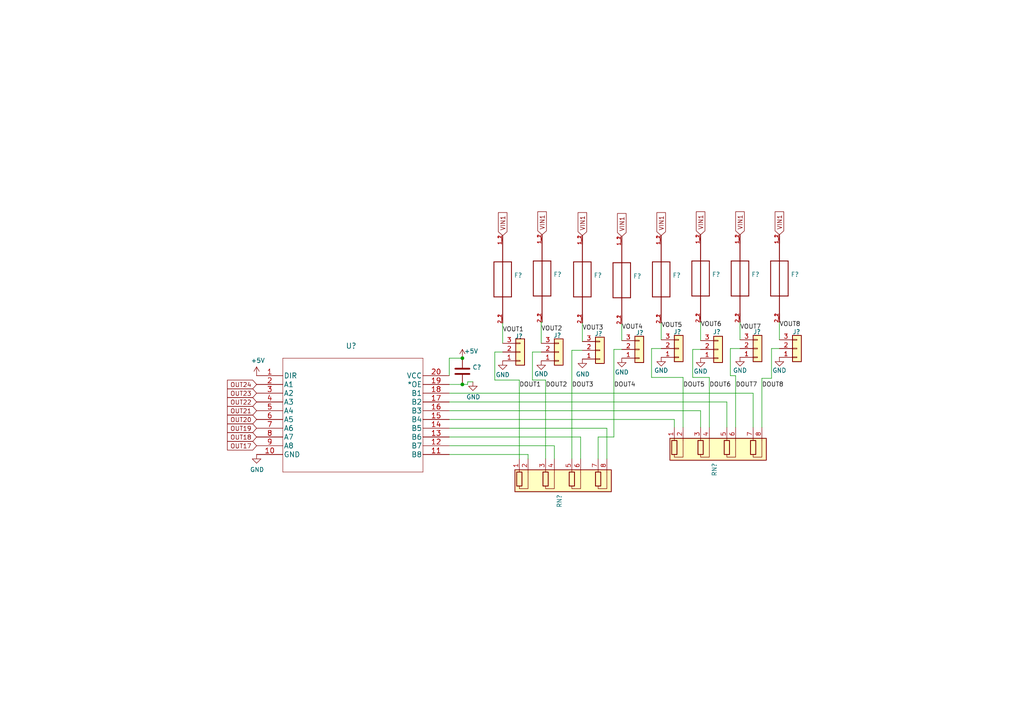
<source format=kicad_sch>
(kicad_sch (version 20211123) (generator eeschema)
  (paper "A4")
  (title_block (title "16 Expansion") (date "2022-05-08") (rev "v5") (company "Scott Hanson"))
  (lib_symbols
    (symbol "Connector_Generic:Conn_01x03" (pin_names (offset 1.016) hide)
      (property "Reference" "J" (at 0 5.08 0))
      (property "Value" "Conn_01x03" (at 0 -5.08 0))
      (symbol "Conn_01x03_1_1"
        (rectangle (start -1.27 -2.413) (end 0 -2.667) (stroke (width 0.1524)))
        (rectangle (start -1.27 0.127) (end 0 -0.127) (stroke (width 0.1524)))
        (rectangle (start -1.27 2.667) (end 0 2.413) (stroke (width 0.1524)))
        (rectangle (start -1.27 3.81) (end 1.27 -3.81) (stroke (width 0.254)) (fill (type background)))
        (pin passive line (at -5.08 2.54 0) (length 3.81) (name "Pin_1") (number "1"))
        (pin passive line (at -5.08 0 0) (length 3.81) (name "Pin_2") (number "2"))
        (pin passive line (at -5.08 -2.54 0) (length 3.81) (name "Pin_3") (number "3"))
      )
    )
    (symbol "PB_16-rescue:3544-2-Keystone_Fuse" (pin_names (offset 1.016) hide)
      (property "Reference" "F" (at -5.08 3.302 0))
      (property "Value" "3544-2-Keystone_Fuse" (at -5.08 -5.08 0))
      (symbol "3544-2-Keystone_Fuse_0_0"
        (polyline (pts (xy -12.7 0) (xy 12.7 0)) (stroke (width 0.254)))
        (polyline (pts (xy -5.08 -2.54) (xy -5.08 2.54)) (stroke (width 0.254)))
        (polyline (pts (xy -5.08 2.54) (xy 5.08 2.54)) (stroke (width 0.254)))
        (polyline (pts (xy 5.08 -2.54) (xy -5.08 -2.54)) (stroke (width 0.254)))
        (polyline (pts (xy 5.08 2.54) (xy 5.08 -2.54)) (stroke (width 0.254)))
        (pin passive line (at -12.7 0 0) (length 2.54) (name "1") (number "1_1"))
        (pin passive line (at -12.7 0 0) (length 2.54) (name "1") (number "1_2"))
        (pin passive line (at 12.7 0 180) (length 2.54) (name "2") (number "2_1"))
        (pin passive line (at 12.7 0 180) (length 2.54) (name "2") (number "2_2"))
      )
    )
    (symbol "PB_16-rescue:C-Device" (pin_numbers hide) (pin_names (offset 0.254))
      (property "Reference" "C" (at 0.635 2.54 0))
      (property "Value" "C-Device" (at 0.635 -2.54 0))
      (symbol "C-Device_0_1"
        (polyline (pts (xy -2.032 -0.762) (xy 2.032 -0.762)) (stroke (width 0.508)))
        (polyline (pts (xy -2.032 0.762) (xy 2.032 0.762)) (stroke (width 0.508)))
      )
      (symbol "C-Device_1_1"
        (pin passive line (at 0 3.81 270) (length 2.794) (name "~") (number "1"))
        (pin passive line (at 0 -3.81 90) (length 2.794) (name "~") (number "2"))
      )
    )
    (symbol "PB_16-rescue:R_Pack04_SIP-Device" (pin_names (offset 0) hide)
      (property "Reference" "RN" (at -15.24 0 90))
      (property "Value" "R_Pack04_SIP-Device" (at 15.24 0 90))
      (symbol "R_Pack04_SIP-Device_0_1"
        (rectangle (start -13.97 -1.905) (end 13.97 4.445) (stroke (width 0.254)) (fill (type background)))
        (rectangle (start -13.462 2.794) (end -11.938 -1.27) (stroke (width 0.254)))
        (rectangle (start -5.842 2.794) (end -4.318 -1.27) (stroke (width 0.254)))
        (polyline (pts (xy -12.7 2.794) (xy -12.7 3.556) (xy -10.16 3.556) (xy -10.16 -1.27)))
        (polyline (pts (xy -5.08 2.794) (xy -5.08 3.556) (xy -2.54 3.556) (xy -2.54 -1.27)))
        (polyline (pts (xy 2.54 2.794) (xy 2.54 3.556) (xy 5.08 3.556) (xy 5.08 -1.27)))
        (polyline (pts (xy 10.16 2.794) (xy 10.16 3.556) (xy 12.7 3.556) (xy 12.7 -1.27)))
        (rectangle (start 1.778 2.794) (end 3.302 -1.27) (stroke (width 0.254)))
        (rectangle (start 9.398 2.794) (end 10.922 -1.27) (stroke (width 0.254)))
      )
      (symbol "R_Pack04_SIP-Device_1_1"
        (pin passive line (at -12.7 -5.08 90) (length 3.81) (name "R1.1") (number "1"))
        (pin passive line (at -10.16 -5.08 90) (length 3.81) (name "R1.2") (number "2"))
        (pin passive line (at -5.08 -5.08 90) (length 3.81) (name "R2.1") (number "3"))
        (pin passive line (at -2.54 -5.08 90) (length 3.81) (name "R2.2") (number "4"))
        (pin passive line (at 2.54 -5.08 90) (length 3.81) (name "R3.1") (number "5"))
        (pin passive line (at 5.08 -5.08 90) (length 3.81) (name "R3.2") (number "6"))
        (pin passive line (at 10.16 -5.08 90) (length 3.81) (name "R4.1") (number "7"))
        (pin passive line (at 12.7 -5.08 90) (length 3.81) (name "R4.2") (number "8"))
      )
    )
    (symbol "PB_16-rescue:SN74HCT245N-SN74HCT245N" (pin_names (offset 0.254))
      (property "Reference" "U" (at 27.94 10.16 0))
      (property "Value" "SN74HCT245N-SN74HCT245N" (at 27.94 7.62 0))
      (symbol "SN74HCT245N-SN74HCT245N_1_0"
        (polyline (pts (xy 7.62 -27.94) (xy 48.26 -27.94)) (stroke (width 0.127)))
        (polyline (pts (xy 7.62 5.08) (xy 7.62 -27.94)) (stroke (width 0.127)))
        (polyline (pts (xy 48.26 -27.94) (xy 48.26 5.08)) (stroke (width 0.127)))
        (polyline (pts (xy 48.26 5.08) (xy 7.62 5.08)) (stroke (width 0.127)))
        (pin input line (at 0 0 0) (length 7.62) (name "DIR") (number "1"))
        (pin power_in line (at 0 -22.86 0) (length 7.62) (name "GND") (number "10"))
        (pin bidirectional line (at 55.88 -22.86 180) (length 7.62) (name "B8") (number "11"))
        (pin bidirectional line (at 55.88 -20.32 180) (length 7.62) (name "B7") (number "12"))
        (pin bidirectional line (at 55.88 -17.78 180) (length 7.62) (name "B6") (number "13"))
        (pin bidirectional line (at 55.88 -15.24 180) (length 7.62) (name "B5") (number "14"))
        (pin bidirectional line (at 55.88 -12.7 180) (length 7.62) (name "B4") (number "15"))
        (pin bidirectional line (at 55.88 -10.16 180) (length 7.62) (name "B3") (number "16"))
        (pin bidirectional line (at 55.88 -7.62 180) (length 7.62) (name "B2") (number "17"))
        (pin bidirectional line (at 55.88 -5.08 180) (length 7.62) (name "B1") (number "18"))
        (pin input line (at 55.88 -2.54 180) (length 7.62) (name "*OE") (number "19"))
        (pin bidirectional line (at 0 -2.54 0) (length 7.62) (name "A1") (number "2"))
        (pin power_in line (at 55.88 0 180) (length 7.62) (name "VCC") (number "20"))
        (pin bidirectional line (at 0 -5.08 0) (length 7.62) (name "A2") (number "3"))
        (pin bidirectional line (at 0 -7.62 0) (length 7.62) (name "A3") (number "4"))
        (pin bidirectional line (at 0 -10.16 0) (length 7.62) (name "A4") (number "5"))
        (pin bidirectional line (at 0 -12.7 0) (length 7.62) (name "A5") (number "6"))
        (pin bidirectional line (at 0 -15.24 0) (length 7.62) (name "A6") (number "7"))
        (pin bidirectional line (at 0 -17.78 0) (length 7.62) (name "A7") (number "8"))
        (pin bidirectional line (at 0 -20.32 0) (length 7.62) (name "A8") (number "9"))
      )
    )
    (symbol "power:+5V" (power) (pin_names (offset 0))
      (property "Value" "+5V" (at 0 3.556 0))
      (symbol "+5V_0_1"
        (polyline (pts (xy -0.762 1.27) (xy 0 2.54)))
        (polyline (pts (xy 0 0) (xy 0 2.54)))
        (polyline (pts (xy 0 2.54) (xy 0.762 1.27)))
      )
      (symbol "+5V_1_1"
        (pin power_in line (at 0 0 90) (length 0) hide (name "+5V") (number "1"))
      )
    )
    (symbol "power:GND" (power) (pin_names (offset 0))
      (property "Value" "GND" (at 0 -3.81 0))
      (symbol "GND_0_1"
        (polyline (pts (xy 0 0) (xy 0 -1.27) (xy 1.27 -1.27) (xy 0 -2.54) (xy -1.27 -1.27) (xy 0 -1.27)))
      )
      (symbol "GND_1_1"
        (pin power_in line (at 0 0 270) (length 0) hide (name "GND") (number "1"))
      )
    )
  )
  (junction (at 134.112 103.886))
  (junction (at 134.112 111.506))
  (wire (pts (xy 176.022 124.206) (xy 176.022 133.096)))
  (wire (pts (xy 203.2 123.952) (xy 203.2 119.126)))
  (wire (pts (xy 198.12 109.474) (xy 198.12 123.952)))
  (wire (pts (xy 134.112 103.886) (xy 130.302 103.886)))
  (wire (pts (xy 145.796 93.726) (xy 145.796 99.568)))
  (wire (pts (xy 160.782 129.286) (xy 160.782 133.096)))
  (wire (pts (xy 165.862 133.096) (xy 165.862 101.6)))
  (wire (pts (xy 191.77 98.552) (xy 191.77 93.726)))
  (wire (pts (xy 200.914 101.346) (xy 200.914 109.474)))
  (wire (pts (xy 130.302 129.286) (xy 160.782 129.286)))
  (wire (pts (xy 220.98 123.952) (xy 220.98 109.728)))
  (wire (pts (xy 135.636 110.744) (xy 135.636 111.506)))
  (wire (pts (xy 180.34 101.346) (xy 178.054 101.346)))
  (wire (pts (xy 200.914 109.474) (xy 205.74 109.474)))
  (wire (pts (xy 214.63 93.472) (xy 214.63 98.552)))
  (wire (pts (xy 143.51 110.236) (xy 143.51 102.108)))
  (wire (pts (xy 130.302 114.046) (xy 218.44 114.046)))
  (wire (pts (xy 165.862 101.6) (xy 168.91 101.6)))
  (wire (pts (xy 156.972 102.108) (xy 154.432 102.108)))
  (wire (pts (xy 188.976 109.474) (xy 198.12 109.474)))
  (wire (pts (xy 137.16 110.744) (xy 135.636 110.744)))
  (wire (pts (xy 154.432 110.236) (xy 154.432 102.108)))
  (wire (pts (xy 191.77 101.092) (xy 188.976 101.092)))
  (wire (pts (xy 210.82 116.586) (xy 210.82 123.952)))
  (wire (pts (xy 150.622 110.236) (xy 143.51 110.236)))
  (wire (pts (xy 156.972 93.472) (xy 157.226 93.472)))
  (wire (pts (xy 143.51 102.108) (xy 145.796 102.108)))
  (wire (pts (xy 158.242 133.096) (xy 158.242 110.236)))
  (wire (pts (xy 195.58 121.666) (xy 195.58 123.952)))
  (wire (pts (xy 180.34 98.806) (xy 180.34 93.98)))
  (wire (pts (xy 188.976 101.092) (xy 188.976 109.474)))
  (wire (pts (xy 130.302 103.886) (xy 130.302 108.966)))
  (wire (pts (xy 168.91 93.726) (xy 168.91 99.06)))
  (wire (pts (xy 178.054 126.746) (xy 173.482 126.746)))
  (wire (pts (xy 211.836 101.092) (xy 214.63 101.092)))
  (wire (pts (xy 130.302 126.746) (xy 168.402 126.746)))
  (wire (pts (xy 213.36 123.952) (xy 213.36 108.966)))
  (wire (pts (xy 158.242 110.236) (xy 154.432 110.236)))
  (wire (pts (xy 130.302 131.826) (xy 153.162 131.826)))
  (wire (pts (xy 134.112 111.506) (xy 130.302 111.506)))
  (wire (pts (xy 135.636 111.506) (xy 134.112 111.506)))
  (wire (pts (xy 226.06 98.552) (xy 226.06 93.472)))
  (wire (pts (xy 173.482 126.746) (xy 173.482 133.096)))
  (wire (pts (xy 213.36 108.966) (xy 211.836 108.966)))
  (wire (pts (xy 178.054 101.346) (xy 178.054 126.746)))
  (wire (pts (xy 150.622 133.096) (xy 150.622 110.236)))
  (wire (pts (xy 130.302 121.666) (xy 195.58 121.666)))
  (wire (pts (xy 205.74 109.474) (xy 205.74 123.952)))
  (wire (pts (xy 203.2 93.472) (xy 203.2 98.806)))
  (wire (pts (xy 130.302 124.206) (xy 176.022 124.206)))
  (wire (pts (xy 223.774 109.728) (xy 223.774 101.092)))
  (wire (pts (xy 220.98 109.728) (xy 223.774 109.728)))
  (wire (pts (xy 156.972 99.568) (xy 156.972 93.472)))
  (wire (pts (xy 130.302 116.586) (xy 210.82 116.586)))
  (wire (pts (xy 218.44 114.046) (xy 218.44 123.952)))
  (wire (pts (xy 223.774 101.092) (xy 226.06 101.092)))
  (wire (pts (xy 203.2 101.346) (xy 200.914 101.346)))
  (wire (pts (xy 168.402 126.746) (xy 168.402 133.096)))
  (wire (pts (xy 211.836 108.966) (xy 211.836 101.092)))
  (wire (pts (xy 153.162 131.826) (xy 153.162 133.096)))
  (wire (pts (xy 130.302 119.126) (xy 203.2 119.126)))
  (label "VOUT5" (at 191.77 95.25 0))
  (label "DOUT6" (at 205.74 112.522 0))
  (label "VOUT6" (at 203.2 94.996 0))
  (label "DOUT1" (at 150.622 112.522 0))
  (label "VOUT1" (at 145.796 96.52 0))
  (label "DOUT2" (at 158.242 112.522 0))
  (label "VOUT7" (at 214.63 95.758 0))
  (label "DOUT5" (at 198.12 112.522 0))
  (label "VOUT2" (at 156.972 96.266 0))
  (label "VOUT3" (at 168.91 96.012 0))
  (label "VOUT4" (at 180.34 95.758 0))
  (label "DOUT3" (at 165.862 112.522 0))
  (label "DOUT8" (at 220.98 112.522 0))
  (label "DOUT7" (at 213.36 112.522 0))
  (label "DOUT4" (at 178.054 112.522 0))
  (label "VOUT8" (at 226.06 94.996 0))
  (global_label "OUT19" (shape input) (at 74.422 124.206 180) (property "Intersheet References" "${INTERSHEET_REFS}" (effects hide)))
  (global_label "OUT22" (shape input) (at 74.422 116.586 180) (property "Intersheet References" "${INTERSHEET_REFS}" (effects hide)))
  (global_label "VIN1" (shape input) (at 203.2 68.072 90) (property "Intersheet References" "${INTERSHEET_REFS}" (effects hide)))
  (global_label "OUT17" (shape input) (at 74.422 129.286 180) (property "Intersheet References" "${INTERSHEET_REFS}" (effects hide)))
  (global_label "VIN1" (shape input) (at 168.91 68.326 90) (property "Intersheet References" "${INTERSHEET_REFS}" (effects hide)))
  (global_label "OUT20" (shape input) (at 74.422 121.666 180) (property "Intersheet References" "${INTERSHEET_REFS}" (effects hide)))
  (global_label "OUT21" (shape input) (at 74.422 119.126 180) (property "Intersheet References" "${INTERSHEET_REFS}" (effects hide)))
  (global_label "OUT18" (shape input) (at 74.422 126.746 180) (property "Intersheet References" "${INTERSHEET_REFS}" (effects hide)))
  (global_label "VIN1" (shape input) (at 157.226 68.072 90) (property "Intersheet References" "${INTERSHEET_REFS}" (effects hide)))
  (global_label "OUT24" (shape input) (at 74.422 111.506 180) (property "Intersheet References" "${INTERSHEET_REFS}" (effects hide)))
  (global_label "VIN1" (shape input) (at 145.796 68.326 90) (property "Intersheet References" "${INTERSHEET_REFS}" (effects hide)))
  (global_label "VIN1" (shape input) (at 226.06 68.072 90) (property "Intersheet References" "${INTERSHEET_REFS}" (effects hide)))
  (global_label "VIN1" (shape input) (at 191.77 68.326 90) (property "Intersheet References" "${INTERSHEET_REFS}" (effects hide)))
  (global_label "VIN1" (shape input) (at 214.63 68.072 90) (property "Intersheet References" "${INTERSHEET_REFS}" (effects hide)))
  (global_label "VIN1" (shape input) (at 180.34 68.58 90) (property "Intersheet References" "${INTERSHEET_REFS}" (effects hide)))
  (global_label "OUT23" (shape input) (at 74.422 114.046 180) (property "Intersheet References" "${INTERSHEET_REFS}" (effects hide)))
  (symbol (lib_id "Connector_Generic:Conn_01x03") (at 150.876 102.108 0) (mirror x) (unit 1)
    (property "Reference" "J?" (at 149.352 97.536 0) (effects (justify left)))
    (property "Digi-Key_PN" "277-5737-ND/ED10555-ND" (effects hide))
    (property "MPN" "1843619/OSTTJ0311530" (effects hide))
  )
  (symbol (lib_id "Connector_Generic:Conn_01x03") (at 162.052 102.108 0) (mirror x) (unit 1)
    (property "Reference" "J?" (at 160.528 97.282 0) (effects (justify left)))
    (property "Digi-Key_PN" "277-5737-ND/ED10555-ND" (effects hide))
    (property "MPN" "1843619/OSTTJ0311530" (effects hide))
  )
  (symbol (lib_id "Connector_Generic:Conn_01x03") (at 173.99 101.6 0) (mirror x) (unit 1)
    (property "Reference" "J?" (at 172.466 96.774 0) (effects (justify left)))
    (property "Digi-Key_PN" "277-5737-ND/ED10555-ND" (effects hide))
    (property "MPN" "1843619/OSTTJ0311530" (effects hide))
  )
  (symbol (lib_id "Connector_Generic:Conn_01x03") (at 185.42 101.346 0) (mirror x) (unit 1)
    (property "Reference" "J?" (at 184.404 96.52 0) (effects (justify left)))
    (property "Digi-Key_PN" "277-5737-ND/ED10555-ND" (effects hide))
    (property "MPN" "1843619/OSTTJ0311530" (effects hide))
  )
  (symbol (lib_id "Connector_Generic:Conn_01x03") (at 196.85 101.092 0) (mirror x) (unit 1)
    (property "Reference" "J?" (at 195.326 96.266 0) (effects (justify left)))
    (property "Digi-Key_PN" "277-5737-ND/ED10555-ND" (effects hide))
    (property "MPN" "1843619/OSTTJ0311530" (effects hide))
  )
  (symbol (lib_id "Connector_Generic:Conn_01x03") (at 208.28 101.346 0) (mirror x) (unit 1)
    (property "Reference" "J?" (at 206.756 96.266 0) (effects (justify left)))
    (property "Digi-Key_PN" "277-5737-ND/ED10555-ND" (effects hide))
    (property "MPN" "1843619/OSTTJ0311530" (effects hide))
  )
  (symbol (lib_id "Connector_Generic:Conn_01x03") (at 219.71 101.092 0) (mirror x) (unit 1)
    (property "Reference" "J?" (at 218.44 96.266 0) (effects (justify left)))
    (property "Digi-Key_PN" "277-5737-ND/ED10555-ND" (effects hide))
    (property "MPN" "1843619/OSTTJ0311530" (effects hide))
  )
  (symbol (lib_id "Connector_Generic:Conn_01x03") (at 231.14 101.092 0) (mirror x) (unit 1)
    (property "Reference" "J?" (at 229.87 96.266 0) (effects (justify left)))
    (property "Digi-Key_PN" "277-5737-ND/ED10555-ND" (effects hide))
    (property "MPN" "1843619/OSTTJ0311530" (effects hide))
  )
  (symbol (lib_id "power:GND") (at 145.796 104.648 0) (unit 1)
    (property "Reference" "#PWR?" (effects hide))
  )
  (symbol (lib_id "power:GND") (at 156.972 104.648 0) (unit 1)
    (property "Reference" "#PWR?" (effects hide))
  )
  (symbol (lib_id "power:GND") (at 168.91 104.14 0) (unit 1)
    (property "Reference" "#PWR?" (effects hide))
  )
  (symbol (lib_id "power:GND") (at 180.34 103.886 0) (unit 1)
    (property "Reference" "#PWR?" (effects hide))
  )
  (symbol (lib_id "power:GND") (at 191.77 103.632 0) (unit 1)
    (property "Reference" "#PWR?" (effects hide))
  )
  (symbol (lib_id "power:GND") (at 203.2 103.886 0) (unit 1)
    (property "Reference" "#PWR?" (effects hide))
  )
  (symbol (lib_id "power:GND") (at 214.63 103.632 0) (unit 1)
    (property "Reference" "#PWR?" (effects hide))
  )
  (symbol (lib_id "power:GND") (at 226.06 103.632 0) (unit 1)
    (property "Reference" "#PWR?" (effects hide))
  )
  (symbol (lib_id "PB_16-rescue:3544-2-Keystone_Fuse") (at 157.226 80.772 270) (unit 1)
    (property "Reference" "F?" (at 160.528 79.6036 90) (effects (justify left)))
    (property "Field4" "3544-2" (effects hide))
    (property "Field5" "None" (effects hide))
    (property "Field6" "Unavailable" (effects hide))
    (property "Field7" "Fuse Clip; 500 VAC; 30 A; PCB; For 0.110 in. x 0.032 in. mini blade fuses" (effects hide))
    (property "Field8" "Keystone Electronics" (effects hide))
    (property "Digi-Key_PN" "36-3544-2-ND" (effects hide))
    (property "MPN" "3544-2" (effects hide))
  )
  (symbol (lib_id "PB_16-rescue:3544-2-Keystone_Fuse") (at 168.91 81.026 270) (unit 1)
    (property "Reference" "F?" (at 172.212 79.8576 90) (effects (justify left)))
    (property "Field4" "3544-2" (effects hide))
    (property "Field5" "None" (effects hide))
    (property "Field6" "Unavailable" (effects hide))
    (property "Field7" "Fuse Clip; 500 VAC; 30 A; PCB; For 0.110 in. x 0.032 in. mini blade fuses" (effects hide))
    (property "Field8" "Keystone Electronics" (effects hide))
    (property "Digi-Key_PN" "36-3544-2-ND" (effects hide))
    (property "MPN" "3544-2" (effects hide))
  )
  (symbol (lib_id "PB_16-rescue:3544-2-Keystone_Fuse") (at 180.34 81.28 270) (unit 1)
    (property "Reference" "F?" (at 183.642 80.1116 90) (effects (justify left)))
    (property "Field4" "3544-2" (effects hide))
    (property "Field5" "None" (effects hide))
    (property "Field6" "Unavailable" (effects hide))
    (property "Field7" "Fuse Clip; 500 VAC; 30 A; PCB; For 0.110 in. x 0.032 in. mini blade fuses" (effects hide))
    (property "Field8" "Keystone Electronics" (effects hide))
    (property "Digi-Key_PN" "36-3544-2-ND" (effects hide))
    (property "MPN" "3544-2" (effects hide))
  )
  (symbol (lib_id "PB_16-rescue:3544-2-Keystone_Fuse") (at 191.77 81.026 270) (unit 1)
    (property "Reference" "F?" (at 195.072 79.8576 90) (effects (justify left)))
    (property "Field4" "3544-2" (effects hide))
    (property "Field5" "None" (effects hide))
    (property "Field6" "Unavailable" (effects hide))
    (property "Field7" "Fuse Clip; 500 VAC; 30 A; PCB; For 0.110 in. x 0.032 in. mini blade fuses" (effects hide))
    (property "Field8" "Keystone Electronics" (effects hide))
    (property "Digi-Key_PN" "36-3544-2-ND" (effects hide))
    (property "MPN" "3544-2" (effects hide))
  )
  (symbol (lib_id "PB_16-rescue:3544-2-Keystone_Fuse") (at 203.2 80.772 270) (unit 1)
    (property "Reference" "F?" (at 206.502 79.6036 90) (effects (justify left)))
    (property "Field4" "3544-2" (effects hide))
    (property "Field5" "None" (effects hide))
    (property "Field6" "Unavailable" (effects hide))
    (property "Field7" "Fuse Clip; 500 VAC; 30 A; PCB; For 0.110 in. x 0.032 in. mini blade fuses" (effects hide))
    (property "Field8" "Keystone Electronics" (effects hide))
    (property "Digi-Key_PN" "36-3544-2-ND" (effects hide))
    (property "MPN" "3544-2" (effects hide))
  )
  (symbol (lib_id "PB_16-rescue:3544-2-Keystone_Fuse") (at 214.63 80.772 270) (unit 1)
    (property "Reference" "F?" (at 217.932 79.6036 90) (effects (justify left)))
    (property "Field4" "3544-2" (effects hide))
    (property "Field5" "None" (effects hide))
    (property "Field6" "Unavailable" (effects hide))
    (property "Field7" "Fuse Clip; 500 VAC; 30 A; PCB; For 0.110 in. x 0.032 in. mini blade fuses" (effects hide))
    (property "Field8" "Keystone Electronics" (effects hide))
    (property "Digi-Key_PN" "36-3544-2-ND" (effects hide))
    (property "MPN" "3544-2" (effects hide))
  )
  (symbol (lib_id "PB_16-rescue:3544-2-Keystone_Fuse") (at 226.06 80.772 270) (unit 1)
    (property "Reference" "F?" (at 229.362 79.6036 90) (effects (justify left)))
    (property "Field4" "3544-2" (effects hide))
    (property "Field5" "None" (effects hide))
    (property "Field6" "Unavailable" (effects hide))
    (property "Field7" "Fuse Clip; 500 VAC; 30 A; PCB; For 0.110 in. x 0.032 in. mini blade fuses" (effects hide))
    (property "Field8" "Keystone Electronics" (effects hide))
    (property "Digi-Key_PN" "36-3544-2-ND" (effects hide))
    (property "MPN" "3544-2" (effects hide))
  )
  (symbol (lib_id "power:GND") (at 137.16 110.744 0) (unit 1)
    (property "Reference" "#PWR?" (effects hide))
  )
  (symbol (lib_id "power:+5V") (at 74.422 108.966 0) (unit 1)
    (property "Reference" "#PWR?" (effects hide))
  )
  (symbol (lib_id "power:GND") (at 74.422 131.826 0) (unit 1)
    (property "Reference" "#PWR?" (effects hide))
  )
  (symbol (lib_id "PB_16-rescue:C-Device") (at 134.112 107.696 0) (unit 1)
    (property "Reference" "C?" (at 137.033 106.5276 0) (effects (justify left)))
    (property "Digi-Key_PN" "478-7336-1-ND" (effects hide))
    (property "MPN" "SR215C104KARTR1" (effects hide))
  )
  (symbol (lib_id "power:+5V") (at 134.112 103.886 0) (unit 1)
    (property "Reference" "#PWR?" (effects hide))
  )
  (symbol (lib_id "PB_16-rescue:R_Pack04_SIP-Device") (at 208.28 129.032 0) (mirror x) (unit 1)
    (property "Reference" "RN?" (at 207.2132 134.239 90) (effects (justify left)))
    (property "Datasheet" "http://www.vishay.com/docs/31509/csc.pdf" (effects hide))
    (property "Digi-Key_PN" "4608X-2-330LF-ND" (effects hide))
    (property "MPN" "4608X-102-330LF" (effects hide))
  )
  (symbol (lib_id "PB_16-rescue:SN74HCT245N-SN74HCT245N") (at 74.422 108.966 0) (unit 1)
    (property "Reference" "U?" (at 101.854 100.33 0) (effects (font (size 1.524 1.524))))
    (property "Digi-Key_PN" "296-1612-5-ND" (effects hide))
    (property "MPN" "SN74HCT245N" (effects hide))
  )
  (symbol (lib_id "PB_16-rescue:3544-2-Keystone_Fuse") (at 145.796 81.026 270) (unit 1)
    (property "Reference" "F?" (at 149.098 79.8576 90) (effects (justify left)))
    (property "Field4" "3544-2" (effects hide))
    (property "Field5" "None" (effects hide))
    (property "Field6" "Unavailable" (effects hide))
    (property "Field7" "Fuse Clip; 500 VAC; 30 A; PCB; For 0.110 in. x 0.032 in. mini blade fuses" (effects hide))
    (property "Field8" "Keystone Electronics" (effects hide))
    (property "Digi-Key_PN" "36-3544-2-ND" (effects hide))
    (property "MPN" "3544-2" (effects hide))
  )
  (symbol (lib_id "PB_16-rescue:R_Pack04_SIP-Device") (at 163.322 138.176 0) (mirror x) (unit 1)
    (property "Reference" "RN?" (at 162.2552 143.383 90) (effects (justify left)))
    (property "Datasheet" "http://www.vishay.com/docs/31509/csc.pdf" (effects hide))
    (property "Digi-Key_PN" "4608X-2-330LF-ND" (effects hide))
    (property "MPN" "4608X-102-330LF" (effects hide))
  )
)
</source>
